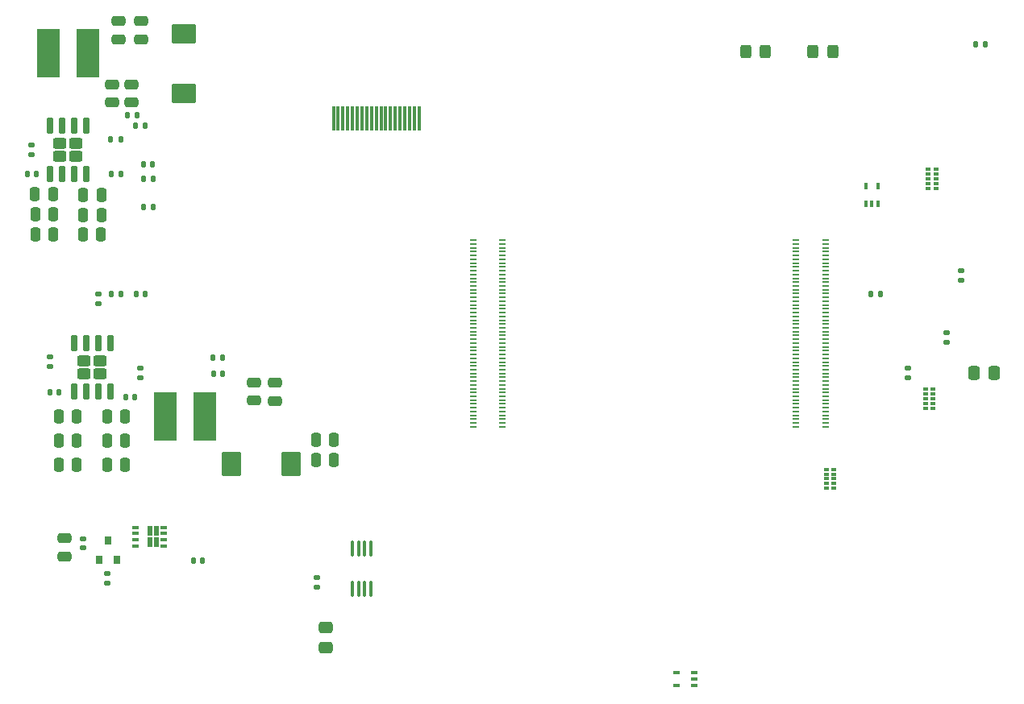
<source format=gbr>
%TF.GenerationSoftware,KiCad,Pcbnew,8.0.2*%
%TF.CreationDate,2024-05-19T12:28:56+02:00*%
%TF.ProjectId,CM4_NAS,434d345f-4e41-4532-9e6b-696361645f70,rev?*%
%TF.SameCoordinates,Original*%
%TF.FileFunction,Paste,Top*%
%TF.FilePolarity,Positive*%
%FSLAX46Y46*%
G04 Gerber Fmt 4.6, Leading zero omitted, Abs format (unit mm)*
G04 Created by KiCad (PCBNEW 8.0.2) date 2024-05-19 12:28:56*
%MOMM*%
%LPD*%
G01*
G04 APERTURE LIST*
G04 Aperture macros list*
%AMRoundRect*
0 Rectangle with rounded corners*
0 $1 Rounding radius*
0 $2 $3 $4 $5 $6 $7 $8 $9 X,Y pos of 4 corners*
0 Add a 4 corners polygon primitive as box body*
4,1,4,$2,$3,$4,$5,$6,$7,$8,$9,$2,$3,0*
0 Add four circle primitives for the rounded corners*
1,1,$1+$1,$2,$3*
1,1,$1+$1,$4,$5*
1,1,$1+$1,$6,$7*
1,1,$1+$1,$8,$9*
0 Add four rect primitives between the rounded corners*
20,1,$1+$1,$2,$3,$4,$5,0*
20,1,$1+$1,$4,$5,$6,$7,0*
20,1,$1+$1,$6,$7,$8,$9,0*
20,1,$1+$1,$8,$9,$2,$3,0*%
G04 Aperture macros list end*
%ADD10RoundRect,0.135000X0.135000X0.185000X-0.135000X0.185000X-0.135000X-0.185000X0.135000X-0.185000X0*%
%ADD11RoundRect,0.135000X0.185000X-0.135000X0.185000X0.135000X-0.185000X0.135000X-0.185000X-0.135000X0*%
%ADD12RoundRect,0.135000X-0.185000X0.135000X-0.185000X-0.135000X0.185000X-0.135000X0.185000X0.135000X0*%
%ADD13RoundRect,0.250000X-0.250000X-0.475000X0.250000X-0.475000X0.250000X0.475000X-0.250000X0.475000X0*%
%ADD14RoundRect,0.140000X-0.170000X0.140000X-0.170000X-0.140000X0.170000X-0.140000X0.170000X0.140000X0*%
%ADD15R,0.550000X0.300000*%
%ADD16R,0.550000X0.400000*%
%ADD17RoundRect,0.250000X0.250000X0.475000X-0.250000X0.475000X-0.250000X-0.475000X0.250000X-0.475000X0*%
%ADD18RoundRect,0.135000X-0.135000X-0.185000X0.135000X-0.185000X0.135000X0.185000X-0.135000X0.185000X0*%
%ADD19RoundRect,0.250000X0.325000X0.450000X-0.325000X0.450000X-0.325000X-0.450000X0.325000X-0.450000X0*%
%ADD20RoundRect,0.140000X-0.140000X-0.170000X0.140000X-0.170000X0.140000X0.170000X-0.140000X0.170000X0*%
%ADD21R,0.700000X0.200000*%
%ADD22RoundRect,0.140000X0.140000X0.170000X-0.140000X0.170000X-0.140000X-0.170000X0.140000X-0.170000X0*%
%ADD23RoundRect,0.250000X0.475000X-0.250000X0.475000X0.250000X-0.475000X0.250000X-0.475000X-0.250000X0*%
%ADD24RoundRect,0.250000X0.460000X-0.315000X0.460000X0.315000X-0.460000X0.315000X-0.460000X-0.315000X0*%
%ADD25RoundRect,0.150000X0.150000X-0.737500X0.150000X0.737500X-0.150000X0.737500X-0.150000X-0.737500X0*%
%ADD26R,0.650000X0.400000*%
%ADD27R,0.600000X1.000000*%
%ADD28R,0.700000X0.420000*%
%ADD29R,2.350000X5.100000*%
%ADD30RoundRect,0.250000X-0.475000X0.250000X-0.475000X-0.250000X0.475000X-0.250000X0.475000X0.250000X0*%
%ADD31RoundRect,0.250000X-1.025000X0.787500X-1.025000X-0.787500X1.025000X-0.787500X1.025000X0.787500X0*%
%ADD32RoundRect,0.100000X0.100000X-0.712500X0.100000X0.712500X-0.100000X0.712500X-0.100000X-0.712500X0*%
%ADD33R,0.400000X0.650000*%
%ADD34RoundRect,0.250000X0.337500X0.475000X-0.337500X0.475000X-0.337500X-0.475000X0.337500X-0.475000X0*%
%ADD35R,0.800000X0.900000*%
%ADD36RoundRect,0.250000X-0.475000X0.337500X-0.475000X-0.337500X0.475000X-0.337500X0.475000X0.337500X0*%
%ADD37RoundRect,0.140000X0.170000X-0.140000X0.170000X0.140000X-0.170000X0.140000X-0.170000X-0.140000X0*%
%ADD38R,0.300000X2.600000*%
%ADD39RoundRect,0.250000X0.787500X1.025000X-0.787500X1.025000X-0.787500X-1.025000X0.787500X-1.025000X0*%
G04 APERTURE END LIST*
D10*
%TO.C,R1*%
X160490000Y-99000000D03*
X161510000Y-99000000D03*
%TD*%
D11*
%TO.C,R2*%
X164420000Y-107790000D03*
X164420000Y-106770000D03*
%TD*%
%TO.C,R3*%
X168500000Y-104020000D03*
X168500000Y-103000000D03*
%TD*%
D12*
%TO.C,R4*%
X170000000Y-96490000D03*
X170000000Y-97510000D03*
%TD*%
%TO.C,R5*%
X102333143Y-128752406D03*
X102333143Y-129772406D03*
%TD*%
D10*
%TO.C,R6*%
X172510000Y-72750000D03*
X171490000Y-72750000D03*
%TD*%
D13*
%TO.C,C11*%
X77836186Y-90654612D03*
X79736186Y-90654612D03*
%TD*%
D14*
%TO.C,C14*%
X77788933Y-124693300D03*
X77788933Y-125653300D03*
%TD*%
D15*
%TO.C,U2*%
X167060000Y-110980000D03*
X167060000Y-110480000D03*
D16*
X167060000Y-109980000D03*
D15*
X167060000Y-109480000D03*
X167060000Y-108980000D03*
X166290000Y-108980000D03*
X166290000Y-109480000D03*
D16*
X166290000Y-109980000D03*
D15*
X166290000Y-110480000D03*
X166290000Y-110980000D03*
%TD*%
D17*
%TO.C,C6*%
X74678118Y-90555373D03*
X72778118Y-90555373D03*
%TD*%
D12*
%TO.C,R8*%
X74310618Y-105579623D03*
X74310618Y-106599623D03*
%TD*%
D18*
%TO.C,R11*%
X84137784Y-86893910D03*
X85157784Y-86893910D03*
%TD*%
D19*
%TO.C,D2*%
X149425002Y-73500000D03*
X147375002Y-73500000D03*
%TD*%
D15*
%TO.C,U3*%
X156660000Y-119390000D03*
X156660000Y-118890000D03*
D16*
X156660000Y-118390000D03*
D15*
X156660000Y-117890000D03*
X156660000Y-117390000D03*
X155890000Y-117390000D03*
X155890000Y-117890000D03*
D16*
X155890000Y-118390000D03*
D15*
X155890000Y-118890000D03*
X155890000Y-119390000D03*
%TD*%
D13*
%TO.C,C31*%
X102243393Y-116371896D03*
X104143393Y-116371896D03*
%TD*%
D20*
%TO.C,C23*%
X84152713Y-85345457D03*
X85112713Y-85345457D03*
%TD*%
D12*
%TO.C,R7*%
X80340817Y-128318479D03*
X80340817Y-129338479D03*
%TD*%
D21*
%TO.C,Module1*%
X155755000Y-112919000D03*
X152675000Y-112919000D03*
X155755000Y-112519000D03*
X152675000Y-112519000D03*
X155755000Y-112119000D03*
X152675000Y-112119000D03*
X155755000Y-111719000D03*
X152675000Y-111719000D03*
X155755000Y-111319000D03*
X152675000Y-111319000D03*
X155755000Y-110919000D03*
X152675000Y-110919000D03*
X155755000Y-110519000D03*
X152675000Y-110519000D03*
X155755000Y-110119000D03*
X152675000Y-110119000D03*
X155755000Y-109719000D03*
X152675000Y-109719000D03*
X155755000Y-109319000D03*
X152675000Y-109319000D03*
X155755000Y-108919000D03*
X152675000Y-108919000D03*
X155755000Y-108519000D03*
X152675000Y-108519000D03*
X155755000Y-108119000D03*
X152675000Y-108119000D03*
X155755000Y-107719000D03*
X152675000Y-107719000D03*
X155755000Y-107319000D03*
X152675000Y-107319000D03*
X155755000Y-106919000D03*
X152675000Y-106919000D03*
X155755000Y-106519000D03*
X152675000Y-106519000D03*
X155755000Y-106119000D03*
X152675000Y-106119000D03*
X155755000Y-105719000D03*
X152675000Y-105719000D03*
X155755000Y-105319000D03*
X152675000Y-105319000D03*
X155755000Y-104919000D03*
X152675000Y-104919000D03*
X155755000Y-104519000D03*
X152675000Y-104519000D03*
X155755000Y-104119000D03*
X152675000Y-104119000D03*
X155755000Y-103719000D03*
X152675000Y-103719000D03*
X155755000Y-103319000D03*
X152675000Y-103319000D03*
X155755000Y-102919000D03*
X152675000Y-102919000D03*
X155755000Y-102519000D03*
X152675000Y-102519000D03*
X155755000Y-102119000D03*
X152675000Y-102119000D03*
X155755000Y-101719000D03*
X152675000Y-101719000D03*
X155755000Y-101319000D03*
X152675000Y-101319000D03*
X155755000Y-100919000D03*
X152675000Y-100919000D03*
X155755000Y-100519000D03*
X152675000Y-100519000D03*
X155755000Y-100119000D03*
X152675000Y-100119000D03*
X155755000Y-99719000D03*
X152675000Y-99719000D03*
X155755000Y-99319000D03*
X152675000Y-99319000D03*
X155755000Y-98919000D03*
X152675000Y-98919000D03*
X155755000Y-98519000D03*
X152675000Y-98519000D03*
X155755000Y-98119000D03*
X152675000Y-98119000D03*
X155755000Y-97719000D03*
X152675000Y-97719000D03*
X155755000Y-97319000D03*
X152675000Y-97319000D03*
X155755000Y-96919000D03*
X152675000Y-96919000D03*
X155755000Y-96519000D03*
X152675000Y-96519000D03*
X155755000Y-96119000D03*
X152675000Y-96119000D03*
X155755000Y-95719000D03*
X152675000Y-95719000D03*
X155755000Y-95319000D03*
X152675000Y-95319000D03*
X155755000Y-94919000D03*
X152675000Y-94919000D03*
X155755000Y-94519000D03*
X152675000Y-94519000D03*
X155755000Y-94119000D03*
X152675000Y-94119000D03*
X155755000Y-93719000D03*
X152675000Y-93719000D03*
X155755000Y-93319000D03*
X152675000Y-93319000D03*
X121835000Y-112919000D03*
X118755000Y-112919000D03*
X121835000Y-112519000D03*
X118755000Y-112519000D03*
X121835000Y-112119000D03*
X118755000Y-112119000D03*
X121835000Y-111719000D03*
X118755000Y-111719000D03*
X121835000Y-111319000D03*
X118755000Y-111319000D03*
X121835000Y-110919000D03*
X118755000Y-110919000D03*
X121835000Y-110519000D03*
X118755000Y-110519000D03*
X121835000Y-110119000D03*
X118755000Y-110119000D03*
X121835000Y-109719000D03*
X118755000Y-109719000D03*
X121835000Y-109319000D03*
X118755000Y-109319000D03*
X121835000Y-108919000D03*
X118755000Y-108919000D03*
X121835000Y-108519000D03*
X118755000Y-108519000D03*
X121835000Y-108119000D03*
X118755000Y-108119000D03*
X121835000Y-107719000D03*
X118755000Y-107719000D03*
X121835000Y-107319000D03*
X118755000Y-107319000D03*
X121835000Y-106919000D03*
X118755000Y-106919000D03*
X121835000Y-106519000D03*
X118755000Y-106519000D03*
X121835000Y-106119000D03*
X118755000Y-106119000D03*
X121835000Y-105719000D03*
X118755000Y-105719000D03*
X121835000Y-105319000D03*
X118755000Y-105319000D03*
X121835000Y-104919000D03*
X118755000Y-104919000D03*
X121835000Y-104519000D03*
X118755000Y-104519000D03*
X121835000Y-104119000D03*
X118755000Y-104119000D03*
X121835000Y-103719000D03*
X118755000Y-103719000D03*
X121835000Y-103319000D03*
X118755000Y-103319000D03*
X121835000Y-102919000D03*
X118755000Y-102919000D03*
X121835000Y-102519000D03*
X118755000Y-102519000D03*
X121835000Y-102119000D03*
X118755000Y-102119000D03*
X121835000Y-101719000D03*
X118755000Y-101719000D03*
X121835000Y-101319000D03*
X118755000Y-101319000D03*
X121835000Y-100919000D03*
X118755000Y-100919000D03*
X121835000Y-100519000D03*
X118755000Y-100519000D03*
X121835000Y-100119000D03*
X118755000Y-100119000D03*
X121835000Y-99719000D03*
X118755000Y-99719000D03*
X121835000Y-99319000D03*
X118755000Y-99319000D03*
X121835000Y-98919000D03*
X118755000Y-98919000D03*
X121835000Y-98519000D03*
X118755000Y-98519000D03*
X121835000Y-98119000D03*
X118755000Y-98119000D03*
X121835000Y-97719000D03*
X118755000Y-97719000D03*
X121835000Y-97319000D03*
X118755000Y-97319000D03*
X121835000Y-96919000D03*
X118755000Y-96919000D03*
X121835000Y-96519000D03*
X118755000Y-96519000D03*
X121835000Y-96119000D03*
X118755000Y-96119000D03*
X121835000Y-95719000D03*
X118755000Y-95719000D03*
X121835000Y-95319000D03*
X118755000Y-95319000D03*
X121835000Y-94919000D03*
X118755000Y-94919000D03*
X121835000Y-94519000D03*
X118755000Y-94519000D03*
X121835000Y-94119000D03*
X118755000Y-94119000D03*
X121835000Y-93719000D03*
X118755000Y-93719000D03*
X121835000Y-93319000D03*
X118755000Y-93319000D03*
%TD*%
D20*
%TO.C,C18*%
X71918923Y-86359999D03*
X72878923Y-86359999D03*
%TD*%
D17*
%TO.C,C8*%
X77150000Y-111825951D03*
X75250000Y-111825951D03*
%TD*%
D20*
%TO.C,C24*%
X83358239Y-98942600D03*
X84318239Y-98942600D03*
%TD*%
D15*
%TO.C,U5*%
X167335000Y-87880000D03*
X167335000Y-87380000D03*
D16*
X167335000Y-86880000D03*
D15*
X167335000Y-86380000D03*
X167335000Y-85880000D03*
X166565000Y-85880000D03*
X166565000Y-86380000D03*
D16*
X166565000Y-86880000D03*
D15*
X166565000Y-87380000D03*
X166565000Y-87880000D03*
%TD*%
D22*
%TO.C,C27*%
X84300000Y-81280000D03*
X83340000Y-81280000D03*
%TD*%
D13*
%TO.C,C16*%
X77802345Y-92682654D03*
X79702345Y-92682654D03*
%TD*%
D23*
%TO.C,C35*%
X97935402Y-110187717D03*
X97935402Y-108287717D03*
%TD*%
D13*
%TO.C,C29*%
X102240000Y-114300000D03*
X104140000Y-114300000D03*
%TD*%
D24*
%TO.C,U9*%
X75350000Y-84500000D03*
X77050000Y-84500000D03*
X75350000Y-83140000D03*
X77050000Y-83140000D03*
D25*
X74295000Y-86382500D03*
X75565000Y-86382500D03*
X76835000Y-86382500D03*
X78105000Y-86382500D03*
X78105000Y-81257500D03*
X76835000Y-81257500D03*
X75565000Y-81257500D03*
X74295000Y-81257500D03*
%TD*%
D23*
%TO.C,C28*%
X83934503Y-72200847D03*
X83934503Y-70300847D03*
%TD*%
D17*
%TO.C,C7*%
X77150000Y-114365951D03*
X75250000Y-114365951D03*
%TD*%
D13*
%TO.C,C13*%
X77836186Y-88574153D03*
X79736186Y-88574153D03*
%TD*%
D26*
%TO.C,U1*%
X141986000Y-140096000D03*
X141986000Y-139446000D03*
X141986000Y-138796000D03*
X140086000Y-138796000D03*
X140086000Y-140096000D03*
%TD*%
D27*
%TO.C,Q1*%
X84797500Y-123895000D03*
X84797500Y-125025000D03*
X85507500Y-123895000D03*
X85507500Y-125025000D03*
D28*
X86277500Y-123485000D03*
X86277500Y-124135000D03*
X86277500Y-124785000D03*
X86277500Y-125435000D03*
X83277500Y-123485000D03*
X83277500Y-124135000D03*
X83277500Y-124785000D03*
X83277500Y-125435000D03*
%TD*%
D29*
%TO.C,L2*%
X74125000Y-73660000D03*
X78275000Y-73660000D03*
%TD*%
D13*
%TO.C,C12*%
X80330000Y-114365951D03*
X82230000Y-114365951D03*
%TD*%
D30*
%TO.C,C34*%
X82856306Y-76923143D03*
X82856306Y-78823143D03*
%TD*%
D13*
%TO.C,C15*%
X80330000Y-116905951D03*
X82230000Y-116905951D03*
%TD*%
D18*
%TO.C,R10*%
X80788239Y-98942600D03*
X81808239Y-98942600D03*
%TD*%
D20*
%TO.C,C21*%
X80800000Y-86360000D03*
X81760000Y-86360000D03*
%TD*%
D29*
%TO.C,L1*%
X86460354Y-111824293D03*
X90610354Y-111824293D03*
%TD*%
D17*
%TO.C,C4*%
X77150000Y-116905951D03*
X75250000Y-116905951D03*
%TD*%
D31*
%TO.C,C36*%
X88386184Y-71616318D03*
X88386184Y-77841318D03*
%TD*%
D32*
%TO.C,U6*%
X106086000Y-129942500D03*
X106736000Y-129942500D03*
X107386000Y-129942500D03*
X108036000Y-129942500D03*
X108036000Y-125717500D03*
X107386000Y-125717500D03*
X106736000Y-125717500D03*
X106086000Y-125717500D03*
%TD*%
D33*
%TO.C,U7*%
X159970000Y-89480000D03*
X160620000Y-89480000D03*
X161270000Y-89480000D03*
X161270000Y-87580000D03*
X159970000Y-87580000D03*
%TD*%
D34*
%TO.C,C1*%
X173470000Y-107230000D03*
X171395000Y-107230000D03*
%TD*%
D20*
%TO.C,C25*%
X84186853Y-89792281D03*
X85146853Y-89792281D03*
%TD*%
D35*
%TO.C,D3*%
X81384428Y-126864154D03*
X80434428Y-124864154D03*
X79484428Y-126864154D03*
%TD*%
D23*
%TO.C,C32*%
X81493770Y-72175423D03*
X81493770Y-70275423D03*
%TD*%
D24*
%TO.C,U8*%
X77890000Y-107360000D03*
X79590000Y-107360000D03*
X77890000Y-106000000D03*
X79590000Y-106000000D03*
D25*
X76835000Y-109242500D03*
X78105000Y-109242500D03*
X79375000Y-109242500D03*
X80645000Y-109242500D03*
X80645000Y-104117500D03*
X79375000Y-104117500D03*
X78105000Y-104117500D03*
X76835000Y-104117500D03*
%TD*%
D12*
%TO.C,R9*%
X72382859Y-83310000D03*
X72382859Y-84330000D03*
%TD*%
D10*
%TO.C,R14*%
X83471929Y-80154974D03*
X82451929Y-80154974D03*
%TD*%
D36*
%TO.C,C2*%
X103292956Y-134029443D03*
X103292956Y-136104443D03*
%TD*%
D22*
%TO.C,C26*%
X92465884Y-107384748D03*
X91505884Y-107384748D03*
%TD*%
D30*
%TO.C,C30*%
X80809634Y-76920665D03*
X80809634Y-78820665D03*
%TD*%
D17*
%TO.C,C9*%
X74683491Y-92689406D03*
X72783491Y-92689406D03*
%TD*%
D23*
%TO.C,C33*%
X95753681Y-110142733D03*
X95753681Y-108242733D03*
%TD*%
D12*
%TO.C,R13*%
X83816177Y-106723229D03*
X83816177Y-107743229D03*
%TD*%
D17*
%TO.C,C3*%
X74638910Y-88431896D03*
X72738910Y-88431896D03*
%TD*%
D37*
%TO.C,C22*%
X79393099Y-99960929D03*
X79393099Y-99000929D03*
%TD*%
D38*
%TO.C,J2*%
X104090000Y-80520000D03*
X104590000Y-80520000D03*
X105090000Y-80520000D03*
X105590000Y-80520000D03*
X106090000Y-80520000D03*
X106590000Y-80520000D03*
X107090000Y-80520000D03*
X107590000Y-80520000D03*
X108090000Y-80520000D03*
X108590000Y-80520000D03*
X109090000Y-80520000D03*
X109590000Y-80520000D03*
X110090000Y-80520000D03*
X110590000Y-80520000D03*
X111090000Y-80520000D03*
X111590000Y-80520000D03*
X112090000Y-80520000D03*
X112590000Y-80520000D03*
X113090000Y-80520000D03*
%TD*%
D30*
%TO.C,C20*%
X75857079Y-124624531D03*
X75857079Y-126524531D03*
%TD*%
D19*
%TO.C,D1*%
X156499999Y-73449999D03*
X154449999Y-73449999D03*
%TD*%
D20*
%TO.C,C5*%
X89377500Y-127000000D03*
X90337500Y-127000000D03*
%TD*%
D10*
%TO.C,R12*%
X92468767Y-105637603D03*
X91448767Y-105637603D03*
%TD*%
D39*
%TO.C,C37*%
X99632500Y-116840000D03*
X93407500Y-116840000D03*
%TD*%
D20*
%TO.C,C17*%
X74297414Y-109300767D03*
X75257414Y-109300767D03*
%TD*%
%TO.C,C19*%
X82260385Y-109769461D03*
X83220385Y-109769461D03*
%TD*%
D13*
%TO.C,C10*%
X80330000Y-111825951D03*
X82230000Y-111825951D03*
%TD*%
D18*
%TO.C,R15*%
X80719151Y-82726754D03*
X81739151Y-82726754D03*
%TD*%
M02*

</source>
